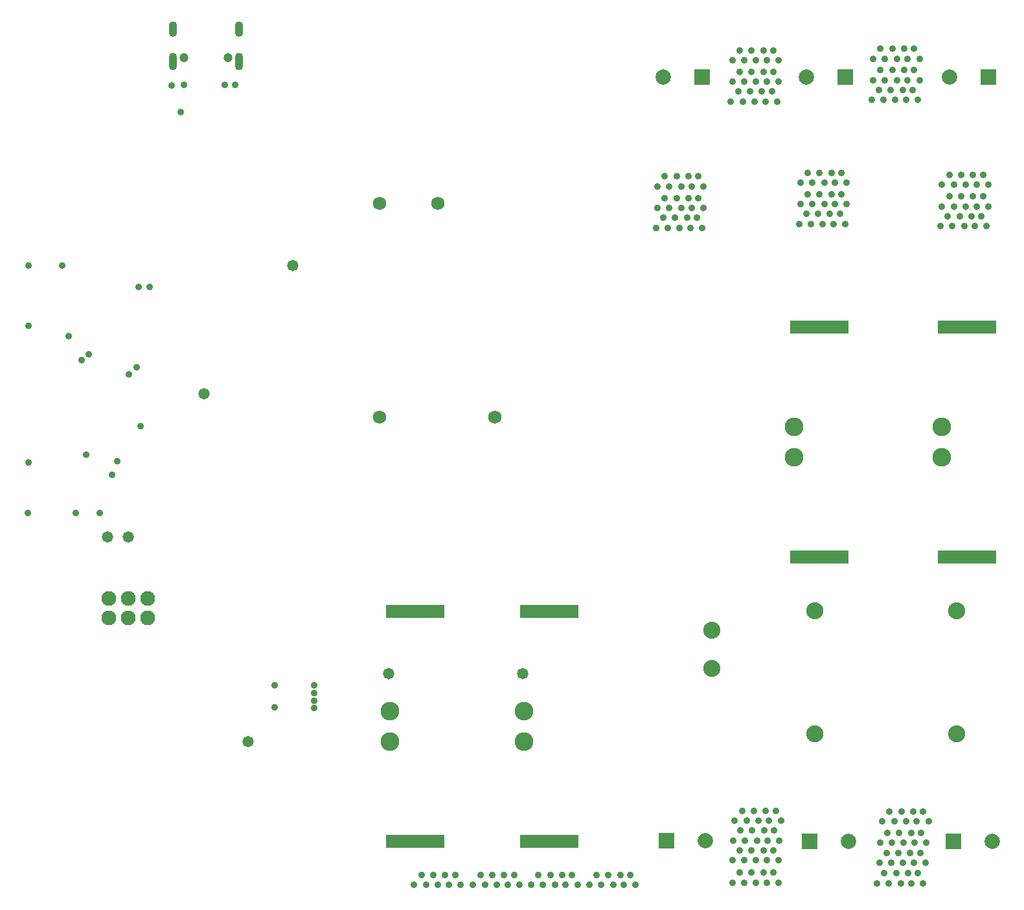
<source format=gbs>
G04*
G04 #@! TF.GenerationSoftware,Altium Limited,Altium Designer,23.9.2 (47)*
G04*
G04 Layer_Color=16711935*
%FSLAX25Y25*%
%MOIN*%
G70*
G04*
G04 #@! TF.SameCoordinates,32FA3CAB-4A21-4C27-9538-83D2161AB544*
G04*
G04*
G04 #@! TF.FilePolarity,Negative*
G04*
G01*
G75*
%ADD81C,0.09658*%
%ADD82R,0.30328X0.06706*%
%ADD83C,0.07690*%
%ADD84C,0.04724*%
%ADD85O,0.04331X0.09055*%
%ADD86O,0.04331X0.07874*%
%ADD87C,0.06800*%
%ADD88C,0.08800*%
%ADD89C,0.07887*%
%ADD90R,0.07887X0.07887*%
%ADD91C,0.03556*%
%ADD92C,0.05800*%
D81*
X446815Y247189D02*
D03*
Y231441D02*
D03*
X307665Y85126D02*
D03*
Y100874D02*
D03*
X238665Y85126D02*
D03*
Y100874D02*
D03*
X522815Y231441D02*
D03*
Y247189D02*
D03*
D82*
X459807Y298370D02*
D03*
Y180260D02*
D03*
X320657Y33945D02*
D03*
Y152055D02*
D03*
X251658Y33945D02*
D03*
Y152055D02*
D03*
X535807Y180260D02*
D03*
Y298370D02*
D03*
D83*
X94138Y158673D02*
D03*
Y148673D02*
D03*
X114138Y158673D02*
D03*
X104138D02*
D03*
Y148673D02*
D03*
X114138D02*
D03*
D84*
X132681Y437272D02*
D03*
X155516D02*
D03*
D85*
X161126Y435303D02*
D03*
X127071D02*
D03*
D86*
Y451839D02*
D03*
X161126D02*
D03*
D87*
X263409Y362287D02*
D03*
X233488D02*
D03*
X292543Y252051D02*
D03*
X233488D02*
D03*
D88*
X404315Y142441D02*
D03*
Y122756D02*
D03*
X457315Y89252D02*
D03*
Y152441D02*
D03*
X530315Y89252D02*
D03*
Y152441D02*
D03*
D89*
X401094Y34035D02*
D03*
X379244Y427035D02*
D03*
X474838Y33858D02*
D03*
X452988Y427035D02*
D03*
X548583Y33858D02*
D03*
X526732Y427035D02*
D03*
D90*
X381094Y34035D02*
D03*
X399244Y427035D02*
D03*
X454839Y33858D02*
D03*
X472988Y427035D02*
D03*
X528583Y33858D02*
D03*
X546732Y427035D02*
D03*
D91*
X535039Y371654D02*
D03*
X528937D02*
D03*
X522835D02*
D03*
X526575Y376772D02*
D03*
X532677D02*
D03*
X538779D02*
D03*
X540551Y371654D02*
D03*
X546654D02*
D03*
X543898Y376772D02*
D03*
X535039Y360630D02*
D03*
X528937D02*
D03*
X522835D02*
D03*
X526575Y365748D02*
D03*
X532677D02*
D03*
X538779D02*
D03*
X540551Y360630D02*
D03*
X546654D02*
D03*
X543898Y365748D02*
D03*
X534252Y350394D02*
D03*
X528150D02*
D03*
X522047D02*
D03*
X525787Y355512D02*
D03*
X531890D02*
D03*
X537992D02*
D03*
X539764Y350394D02*
D03*
X545866D02*
D03*
X543110Y355512D02*
D03*
X462205Y372835D02*
D03*
X456102D02*
D03*
X450000D02*
D03*
X453740Y377953D02*
D03*
X459842D02*
D03*
X465945D02*
D03*
X467717Y372835D02*
D03*
X473819D02*
D03*
X471063Y377953D02*
D03*
X462205Y361811D02*
D03*
X456102D02*
D03*
X450000D02*
D03*
X453740Y366929D02*
D03*
X459842D02*
D03*
X465945D02*
D03*
X467717Y361811D02*
D03*
X473819D02*
D03*
X471063Y366929D02*
D03*
X461417Y351575D02*
D03*
X455315D02*
D03*
X449213D02*
D03*
X452953Y356693D02*
D03*
X459055D02*
D03*
X465158D02*
D03*
X466929Y351575D02*
D03*
X473032D02*
D03*
X470276Y356693D02*
D03*
X388583Y370866D02*
D03*
X382480D02*
D03*
X376378D02*
D03*
X380118Y375984D02*
D03*
X386221D02*
D03*
X392323D02*
D03*
X394094Y370866D02*
D03*
X400197D02*
D03*
X397441Y375984D02*
D03*
X388583Y359842D02*
D03*
X382480D02*
D03*
X376378D02*
D03*
X380118Y364961D02*
D03*
X386221D02*
D03*
X392323D02*
D03*
X394094Y359842D02*
D03*
X400197D02*
D03*
X397441Y364961D02*
D03*
X387795Y349606D02*
D03*
X381693D02*
D03*
X375590D02*
D03*
X379331Y354724D02*
D03*
X385433D02*
D03*
X391535D02*
D03*
X393307Y349606D02*
D03*
X399409D02*
D03*
X396654Y354724D02*
D03*
X427165Y435827D02*
D03*
X421063D02*
D03*
X414961D02*
D03*
X418701Y440945D02*
D03*
X424803D02*
D03*
X430905D02*
D03*
X432677Y435827D02*
D03*
X438779D02*
D03*
X436024Y440945D02*
D03*
X427165Y424803D02*
D03*
X421063D02*
D03*
X414961D02*
D03*
X418701Y429921D02*
D03*
X424803D02*
D03*
X430905D02*
D03*
X432677Y424803D02*
D03*
X438779D02*
D03*
X436024Y429921D02*
D03*
X426378Y414567D02*
D03*
X420276D02*
D03*
X414173D02*
D03*
X417913Y419685D02*
D03*
X424016D02*
D03*
X430118D02*
D03*
X431890Y414567D02*
D03*
X437992D02*
D03*
X435236Y419685D02*
D03*
X507677Y420472D02*
D03*
X510433Y415354D02*
D03*
X504331D02*
D03*
X502559Y420472D02*
D03*
X496457D02*
D03*
X490354D02*
D03*
X486614Y415354D02*
D03*
X492717D02*
D03*
X498819D02*
D03*
X508465Y430709D02*
D03*
X511221Y425591D02*
D03*
X505118D02*
D03*
X503346Y430709D02*
D03*
X497244D02*
D03*
X491142D02*
D03*
X487402Y425591D02*
D03*
X493504D02*
D03*
X499606D02*
D03*
X508465Y441732D02*
D03*
X511221Y436614D02*
D03*
X505118D02*
D03*
X503346Y441732D02*
D03*
X497244D02*
D03*
X491142D02*
D03*
X487402Y436614D02*
D03*
X493504D02*
D03*
X499606D02*
D03*
X263386Y11417D02*
D03*
X257283D02*
D03*
X251181D02*
D03*
X254921Y16535D02*
D03*
X261024D02*
D03*
X267126D02*
D03*
X268898Y11417D02*
D03*
X275000D02*
D03*
X272244Y16535D02*
D03*
X293701Y11417D02*
D03*
X287598D02*
D03*
X281496D02*
D03*
X285236Y16535D02*
D03*
X291339D02*
D03*
X297441D02*
D03*
X299213Y11417D02*
D03*
X305315D02*
D03*
X302559Y16535D02*
D03*
X323622Y11417D02*
D03*
X317520D02*
D03*
X311417D02*
D03*
X315158Y16535D02*
D03*
X321260D02*
D03*
X327362D02*
D03*
X329134Y11417D02*
D03*
X335236D02*
D03*
X332480Y16535D02*
D03*
X353543Y11417D02*
D03*
X347441D02*
D03*
X341339D02*
D03*
X345079Y16535D02*
D03*
X351181D02*
D03*
X357283D02*
D03*
X359055Y11417D02*
D03*
X365158D02*
D03*
X362402Y16535D02*
D03*
X504331Y44094D02*
D03*
X498228D02*
D03*
X492126D02*
D03*
X495866Y49213D02*
D03*
X501968D02*
D03*
X508071D02*
D03*
X509842Y44094D02*
D03*
X515945D02*
D03*
X513189Y49213D02*
D03*
X503150Y33071D02*
D03*
X497047D02*
D03*
X490945D02*
D03*
X494685Y38189D02*
D03*
X500787D02*
D03*
X506890D02*
D03*
X508661Y33071D02*
D03*
X514764D02*
D03*
X512008Y38189D02*
D03*
X502756Y22835D02*
D03*
X496654D02*
D03*
X490551D02*
D03*
X494291Y27953D02*
D03*
X500394D02*
D03*
X506496D02*
D03*
X508268Y22835D02*
D03*
X514370D02*
D03*
X511614Y27953D02*
D03*
X501575Y12205D02*
D03*
X495472D02*
D03*
X489370D02*
D03*
X493110Y17323D02*
D03*
X499213D02*
D03*
X505315D02*
D03*
X507087Y12205D02*
D03*
X513189D02*
D03*
X510433Y17323D02*
D03*
X428346Y44488D02*
D03*
X422244D02*
D03*
X416142D02*
D03*
X419882Y49606D02*
D03*
X425984D02*
D03*
X432087D02*
D03*
X433858Y44488D02*
D03*
X439961D02*
D03*
X437205Y49606D02*
D03*
X427559Y34252D02*
D03*
X421457D02*
D03*
X415354D02*
D03*
X419095Y39370D02*
D03*
X425197D02*
D03*
X431299D02*
D03*
X433071Y34252D02*
D03*
X439173D02*
D03*
X436417Y39370D02*
D03*
X427165Y24016D02*
D03*
X421063D02*
D03*
X414961D02*
D03*
X418701Y29134D02*
D03*
X424803D02*
D03*
X430905D02*
D03*
X432677Y24016D02*
D03*
X438779D02*
D03*
X436024Y29134D02*
D03*
Y17717D02*
D03*
X438779Y12598D02*
D03*
X432677D02*
D03*
X430905Y17717D02*
D03*
X424803D02*
D03*
X418701D02*
D03*
X414961Y12598D02*
D03*
X421063D02*
D03*
X427165D02*
D03*
X89370Y202756D02*
D03*
X70079Y330315D02*
D03*
X52756Y299213D02*
D03*
Y330315D02*
D03*
X52362Y202756D02*
D03*
X77165Y202756D02*
D03*
X52756Y228740D02*
D03*
X95669Y222441D02*
D03*
X179526Y114173D02*
D03*
X199606D02*
D03*
X73228Y293701D02*
D03*
X110236Y247638D02*
D03*
X179526Y102734D02*
D03*
X82284Y232677D02*
D03*
X98425Y229528D02*
D03*
X199606Y102362D02*
D03*
Y106299D02*
D03*
Y110236D02*
D03*
X80172Y281328D02*
D03*
X83858Y284646D02*
D03*
X131102Y409055D02*
D03*
X132809Y423028D02*
D03*
X126378Y422835D02*
D03*
X159187Y423028D02*
D03*
X153547D02*
D03*
X114961Y319291D02*
D03*
X109449D02*
D03*
X108268Y277953D02*
D03*
X104331Y274016D02*
D03*
D92*
X188583Y330315D02*
D03*
X165748Y85039D02*
D03*
X238189Y120079D02*
D03*
X307087D02*
D03*
X103937Y190551D02*
D03*
X142913Y264173D02*
D03*
X93307Y190551D02*
D03*
M02*

</source>
